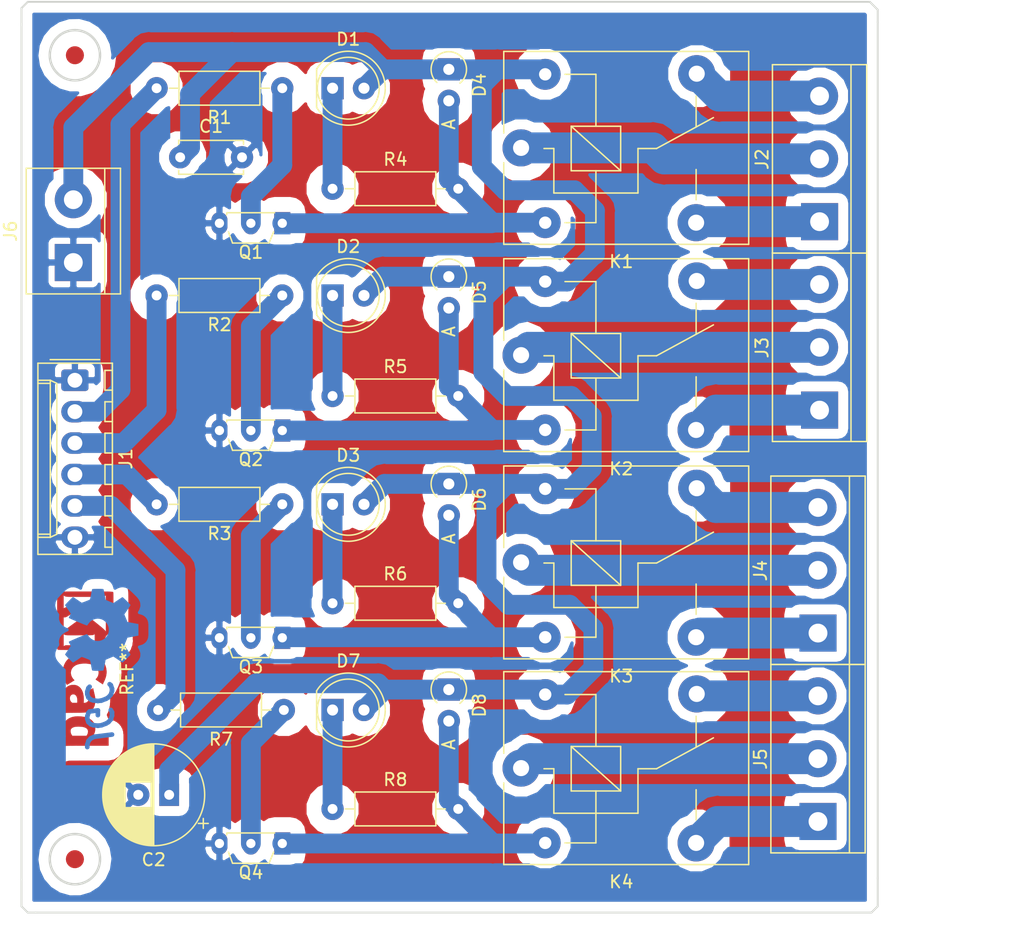
<source format=kicad_pcb>
(kicad_pcb (version 20171130) (host pcbnew 5.0.2-bee76a0~70~ubuntu18.04.1)
  (layers (0 F.Cu signal) (31 B.Cu signal) (34 B.Paste user) (35 F.Paste user) (36 B.SilkS user) (37 F.SilkS user) (38 B.Mask user) (39 F.Mask user) (44 Edge.Cuts user))
  (net 0 "")
  (net 1 +12V)
  (net 2 "Net-(D1-Pad1)")
  (net 3 "Net-(D2-Pad1)")
  (net 4 "Net-(D3-Pad1)")
  (net 5 "Net-(D4-Pad2)")
  (net 6 "Net-(D5-Pad2)")
  (net 7 "Net-(D6-Pad2)")
  (net 8 "Net-(D7-Pad1)")
  (net 9 "Net-(D8-Pad2)")
  (net 10 GND)
  (net 11 /DIGITAL1)
  (net 12 /DIGITAL2)
  (net 13 /DIGITAL3)
  (net 14 /DIGITAL4)
  (net 15 "Net-(J2-Pad3)")
  (net 16 "Net-(J2-Pad2)")
  (net 17 "Net-(J2-Pad1)")
  (net 18 "Net-(J3-Pad3)")
  (net 19 "Net-(J3-Pad2)")
  (net 20 "Net-(J3-Pad1)")
  (net 21 "Net-(J4-Pad1)")
  (net 22 "Net-(J4-Pad2)")
  (net 23 "Net-(J4-Pad3)")
  (net 24 "Net-(J5-Pad1)")
  (net 25 "Net-(J5-Pad2)")
  (net 26 "Net-(J5-Pad3)")
  (net 27 "Net-(Q1-Pad2)")
  (net 28 "Net-(Q2-Pad2)")
  (net 29 "Net-(Q3-Pad2)")
  (net 30 "Net-(Q4-Pad2)")
  (module LED_THT:LED_D5.0mm (layer F.Cu) (at 222.758 90.932)
    (fp_text reference D1 (at 1.27 -3.96) (layer F.SilkS))
    (fp_text value LED_Small_ALT)
    (pad 2 thru_hole circle (at 2.54 0) (size 1.8 1.8) (drill 0.9) (layers *.Cu *.Mask) (net 1 +12V))
    (pad 1 thru_hole rect (at 0 0) (size 1.8 1.8) (drill 0.9) (layers *.Cu *.Mask) (net 2 "Net-(D1-Pad1)"))
  )
  (module LED_THT:LED_D5.0mm (layer F.Cu) (at 222.758 107.696)
    (fp_text reference D2 (at 1.27 -3.96) (layer F.SilkS))
    (fp_text value LED_Small_ALT)
    (pad 1 thru_hole rect (at 0 0) (size 1.8 1.8) (drill 0.9) (layers *.Cu *.Mask) (net 3 "Net-(D2-Pad1)"))
    (pad 2 thru_hole circle (at 2.54 0) (size 1.8 1.8) (drill 0.9) (layers *.Cu *.Mask) (net 1 +12V))
  )
  (module LED_THT:LED_D5.0mm (layer F.Cu) (at 222.758 124.587)
    (fp_text reference D3 (at 1.27 -3.96) (layer F.SilkS))
    (fp_text value LED_Small_ALT)
    (pad 2 thru_hole circle (at 2.54 0) (size 1.8 1.8) (drill 0.9) (layers *.Cu *.Mask) (net 1 +12V))
    (pad 1 thru_hole rect (at 0 0) (size 1.8 1.8) (drill 0.9) (layers *.Cu *.Mask) (net 4 "Net-(D3-Pad1)"))
  )
  (module Diode_THT:D_A-405_P2.54mm_Vertical_AnodeUp (layer F.Cu) (at 232.156 89.408 270)
    (fp_text reference D4 (at 1.27 -2.47 270) (layer F.SilkS))
    (fp_text value 1n4007)
    (fp_text user A (at 4.44 0 270) (layer F.SilkS))
    (pad 1 thru_hole rect (at 0 0 270) (size 1.8 1.8) (drill 0.9) (layers *.Cu *.Mask) (net 1 +12V))
    (pad 2 thru_hole oval (at 2.54 0 270) (size 1.8 1.8) (drill 0.9) (layers *.Cu *.Mask) (net 5 "Net-(D4-Pad2)"))
  )
  (module Diode_THT:D_A-405_P2.54mm_Vertical_AnodeUp (layer F.Cu) (at 232.156 106.172 270)
    (fp_text reference D5 (at 1.27 -2.47 270) (layer F.SilkS))
    (fp_text value 1n4007)
    (fp_text user A (at 4.44 0 270) (layer F.SilkS))
    (pad 2 thru_hole oval (at 2.54 0 270) (size 1.8 1.8) (drill 0.9) (layers *.Cu *.Mask) (net 6 "Net-(D5-Pad2)"))
    (pad 1 thru_hole rect (at 0 0 270) (size 1.8 1.8) (drill 0.9) (layers *.Cu *.Mask) (net 1 +12V))
  )
  (module Diode_THT:D_A-405_P2.54mm_Vertical_AnodeUp (layer F.Cu) (at 232.156 122.936 270)
    (fp_text reference D6 (at 1.27 -2.47 270) (layer F.SilkS))
    (fp_text value 1n4007)
    (fp_text user A (at 4.44 0 270) (layer F.SilkS))
    (pad 2 thru_hole oval (at 2.54 0 270) (size 1.8 1.8) (drill 0.9) (layers *.Cu *.Mask) (net 7 "Net-(D6-Pad2)"))
    (pad 1 thru_hole rect (at 0 0 270) (size 1.8 1.8) (drill 0.9) (layers *.Cu *.Mask) (net 1 +12V))
  )
  (module LED_THT:LED_D5.0mm (layer F.Cu) (at 222.758 141.224)
    (fp_text reference D7 (at 1.27 -3.96) (layer F.SilkS))
    (fp_text value LED_Small_ALT)
    (pad 1 thru_hole rect (at 0 0) (size 1.8 1.8) (drill 0.9) (layers *.Cu *.Mask) (net 8 "Net-(D7-Pad1)"))
    (pad 2 thru_hole circle (at 2.54 0) (size 1.8 1.8) (drill 0.9) (layers *.Cu *.Mask) (net 1 +12V))
  )
  (module Diode_THT:D_A-405_P2.54mm_Vertical_AnodeUp (layer F.Cu) (at 232.156 139.573 270)
    (fp_text reference D8 (at 1.27 -2.47 270) (layer F.SilkS))
    (fp_text value 1n4007)
    (fp_text user A (at 4.44 0 270) (layer F.SilkS))
    (pad 1 thru_hole rect (at 0 0 270) (size 1.8 1.8) (drill 0.9) (layers *.Cu *.Mask) (net 1 +12V))
    (pad 2 thru_hole oval (at 2.54 0 270) (size 1.8 1.8) (drill 0.9) (layers *.Cu *.Mask) (net 9 "Net-(D8-Pad2)"))
  )
  (module Connector_Molex:Molex_KK-254_AE-6410-06A_1x06_P2.54mm_Vertical (layer F.Cu) (at 201.93 114.554 270)
    (fp_text reference J1 (at 6.35 -4.12 270) (layer F.SilkS))
    (fp_text value Digital_Inputs)
    (pad 1 thru_hole roundrect (at 0 0 270) (size 1.74 2.2) (drill 1.2) (layers *.Cu *.Mask) (roundrect_rratio 0.143678) (net 10 GND))
    (pad 2 thru_hole oval (at 2.54 0 270) (size 1.74 2.2) (drill 1.2) (layers *.Cu *.Mask) (net 11 /DIGITAL1))
    (pad 3 thru_hole oval (at 5.08 0 270) (size 1.74 2.2) (drill 1.2) (layers *.Cu *.Mask) (net 12 /DIGITAL2))
    (pad 4 thru_hole oval (at 7.62 0 270) (size 1.74 2.2) (drill 1.2) (layers *.Cu *.Mask) (net 13 /DIGITAL3))
    (pad 5 thru_hole oval (at 10.16 0 270) (size 1.74 2.2) (drill 1.2) (layers *.Cu *.Mask) (net 14 /DIGITAL4))
    (pad 6 thru_hole oval (at 12.7 0 270) (size 1.74 2.2) (drill 1.2) (layers *.Cu *.Mask) (net 10 GND))
  )
  (module TerminalBlock:TerminalBlock_bornier-3_P5.08mm (layer F.Cu) (at 262.128 101.727 90)
    (fp_text reference J2 (at 5.05 -4.65 90) (layer F.SilkS))
    (fp_text value Conn_01x03)
    (pad 1 thru_hole rect (at 0 0 90) (size 3 3) (drill 1.52) (layers *.Cu *.Mask) (net 17 "Net-(J2-Pad1)"))
    (pad 2 thru_hole circle (at 5.08 0 90) (size 3 3) (drill 1.52) (layers *.Cu *.Mask) (net 16 "Net-(J2-Pad2)"))
    (pad 3 thru_hole circle (at 10.16 0 90) (size 3 3) (drill 1.52) (layers *.Cu *.Mask) (net 15 "Net-(J2-Pad3)"))
  )
  (module TerminalBlock:TerminalBlock_bornier-3_P5.08mm (layer F.Cu) (at 262.128 116.967 90)
    (fp_text reference J3 (at 5.05 -4.65 90) (layer F.SilkS))
    (fp_text value Conn_01x03)
    (pad 3 thru_hole circle (at 10.16 0 90) (size 3 3) (drill 1.52) (layers *.Cu *.Mask) (net 18 "Net-(J3-Pad3)"))
    (pad 2 thru_hole circle (at 5.08 0 90) (size 3 3) (drill 1.52) (layers *.Cu *.Mask) (net 19 "Net-(J3-Pad2)"))
    (pad 1 thru_hole rect (at 0 0 90) (size 3 3) (drill 1.52) (layers *.Cu *.Mask) (net 20 "Net-(J3-Pad1)"))
  )
  (module TerminalBlock:TerminalBlock_bornier-3_P5.08mm (layer F.Cu) (at 262.001 135.001 90)
    (fp_text reference J4 (at 5.05 -4.65 90) (layer F.SilkS))
    (fp_text value Conn_01x03)
    (pad 1 thru_hole rect (at 0 0 90) (size 3 3) (drill 1.52) (layers *.Cu *.Mask) (net 21 "Net-(J4-Pad1)"))
    (pad 2 thru_hole circle (at 5.08 0 90) (size 3 3) (drill 1.52) (layers *.Cu *.Mask) (net 22 "Net-(J4-Pad2)"))
    (pad 3 thru_hole circle (at 10.16 0 90) (size 3 3) (drill 1.52) (layers *.Cu *.Mask) (net 23 "Net-(J4-Pad3)"))
  )
  (module TerminalBlock:TerminalBlock_bornier-3_P5.08mm (layer F.Cu) (at 262.001 150.241 90)
    (fp_text reference J5 (at 5.05 -4.65 90) (layer F.SilkS))
    (fp_text value Conn_01x03)
    (pad 1 thru_hole rect (at 0 0 90) (size 3 3) (drill 1.52) (layers *.Cu *.Mask) (net 24 "Net-(J5-Pad1)"))
    (pad 2 thru_hole circle (at 5.08 0 90) (size 3 3) (drill 1.52) (layers *.Cu *.Mask) (net 25 "Net-(J5-Pad2)"))
    (pad 3 thru_hole circle (at 10.16 0 90) (size 3 3) (drill 1.52) (layers *.Cu *.Mask) (net 26 "Net-(J5-Pad3)"))
  )
  (module Relay_THT:Relay_SPDT_SANYOU_SRD_Series_Form_C (layer F.Cu) (at 237.998 95.758)
    (fp_text reference K1 (at 8.1 9.2) (layer F.SilkS))
    (fp_text value SANYOU_SRD_Form_C)
    (pad 1 thru_hole circle (at 0 0 90) (size 3 3) (drill 1.3) (layers *.Cu *.Mask) (net 16 "Net-(J2-Pad2)"))
    (pad 5 thru_hole circle (at 1.95 -5.95 90) (size 2.5 2.5) (drill 1) (layers *.Cu *.Mask) (net 1 +12V))
    (pad 4 thru_hole circle (at 14.2 -6 90) (size 3 3) (drill 1.3) (layers *.Cu *.Mask) (net 15 "Net-(J2-Pad3)"))
    (pad 3 thru_hole circle (at 14.15 6.05 90) (size 3 3) (drill 1.3) (layers *.Cu *.Mask) (net 17 "Net-(J2-Pad1)"))
    (pad 2 thru_hole circle (at 1.95 6.05 90) (size 2.5 2.5) (drill 1) (layers *.Cu *.Mask) (net 5 "Net-(D4-Pad2)"))
  )
  (module Relay_THT:Relay_SPDT_SANYOU_SRD_Series_Form_C (layer F.Cu) (at 237.998 112.522)
    (fp_text reference K2 (at 8.1 9.2) (layer F.SilkS))
    (fp_text value SANYOU_SRD_Form_C)
    (pad 2 thru_hole circle (at 1.95 6.05 90) (size 2.5 2.5) (drill 1) (layers *.Cu *.Mask) (net 6 "Net-(D5-Pad2)"))
    (pad 3 thru_hole circle (at 14.15 6.05 90) (size 3 3) (drill 1.3) (layers *.Cu *.Mask) (net 20 "Net-(J3-Pad1)"))
    (pad 4 thru_hole circle (at 14.2 -6 90) (size 3 3) (drill 1.3) (layers *.Cu *.Mask) (net 18 "Net-(J3-Pad3)"))
    (pad 5 thru_hole circle (at 1.95 -5.95 90) (size 2.5 2.5) (drill 1) (layers *.Cu *.Mask) (net 1 +12V))
    (pad 1 thru_hole circle (at 0 0 90) (size 3 3) (drill 1.3) (layers *.Cu *.Mask) (net 19 "Net-(J3-Pad2)"))
  )
  (module Relay_THT:Relay_SPDT_SANYOU_SRD_Series_Form_C (layer F.Cu) (at 237.998 129.286)
    (fp_text reference K3 (at 8.1 9.2) (layer F.SilkS))
    (fp_text value SANYOU_SRD_Form_C)
    (pad 2 thru_hole circle (at 1.95 6.05 90) (size 2.5 2.5) (drill 1) (layers *.Cu *.Mask) (net 7 "Net-(D6-Pad2)"))
    (pad 3 thru_hole circle (at 14.15 6.05 90) (size 3 3) (drill 1.3) (layers *.Cu *.Mask) (net 21 "Net-(J4-Pad1)"))
    (pad 4 thru_hole circle (at 14.2 -6 90) (size 3 3) (drill 1.3) (layers *.Cu *.Mask) (net 23 "Net-(J4-Pad3)"))
    (pad 5 thru_hole circle (at 1.95 -5.95 90) (size 2.5 2.5) (drill 1) (layers *.Cu *.Mask) (net 1 +12V))
    (pad 1 thru_hole circle (at 0 0 90) (size 3 3) (drill 1.3) (layers *.Cu *.Mask) (net 22 "Net-(J4-Pad2)"))
  )
  (module Relay_THT:Relay_SPDT_SANYOU_SRD_Series_Form_C (layer F.Cu) (at 237.998 145.923)
    (fp_text reference K4 (at 8.1 9.2) (layer F.SilkS))
    (fp_text value SANYOU_SRD_Form_C)
    (pad 1 thru_hole circle (at 0 0 90) (size 3 3) (drill 1.3) (layers *.Cu *.Mask) (net 25 "Net-(J5-Pad2)"))
    (pad 5 thru_hole circle (at 1.95 -5.95 90) (size 2.5 2.5) (drill 1) (layers *.Cu *.Mask) (net 1 +12V))
    (pad 4 thru_hole circle (at 14.2 -6 90) (size 3 3) (drill 1.3) (layers *.Cu *.Mask) (net 26 "Net-(J5-Pad3)"))
    (pad 3 thru_hole circle (at 14.15 6.05 90) (size 3 3) (drill 1.3) (layers *.Cu *.Mask) (net 24 "Net-(J5-Pad1)"))
    (pad 2 thru_hole circle (at 1.95 6.05 90) (size 2.5 2.5) (drill 1) (layers *.Cu *.Mask) (net 9 "Net-(D8-Pad2)"))
  )
  (module Resistor_THT:R_Axial_DIN0207_L6.3mm_D2.5mm_P10.16mm_Horizontal (layer F.Cu) (at 218.694 90.932 180)
    (fp_text reference R1 (at 5.08 -2.37 180) (layer F.SilkS))
    (fp_text value 330)
    (pad 1 thru_hole circle (at 0 0 180) (size 1.8 1.8) (drill 0.8) (layers *.Cu *.Mask) (net 27 "Net-(Q1-Pad2)"))
    (pad 2 thru_hole circle (at 10.16 0 180) (size 1.8 1.8) (drill 0.8) (layers *.Cu *.Mask) (net 11 /DIGITAL1))
  )
  (module Resistor_THT:R_Axial_DIN0207_L6.3mm_D2.5mm_P10.16mm_Horizontal (layer F.Cu) (at 218.694 107.696 180)
    (fp_text reference R2 (at 5.08 -2.37 180) (layer F.SilkS))
    (fp_text value 330)
    (pad 1 thru_hole circle (at 0 0 180) (size 1.8 1.8) (drill 0.8) (layers *.Cu *.Mask) (net 28 "Net-(Q2-Pad2)"))
    (pad 2 thru_hole circle (at 10.16 0 180) (size 1.8 1.8) (drill 0.8) (layers *.Cu *.Mask) (net 12 /DIGITAL2))
  )
  (module Resistor_THT:R_Axial_DIN0207_L6.3mm_D2.5mm_P10.16mm_Horizontal (layer F.Cu) (at 218.694 124.587 180)
    (fp_text reference R3 (at 5.08 -2.37 180) (layer F.SilkS))
    (fp_text value 330)
    (pad 2 thru_hole circle (at 10.16 0 180) (size 1.8 1.8) (drill 0.8) (layers *.Cu *.Mask) (net 13 /DIGITAL3))
    (pad 1 thru_hole circle (at 0 0 180) (size 1.8 1.8) (drill 0.8) (layers *.Cu *.Mask) (net 29 "Net-(Q3-Pad2)"))
  )
  (module Resistor_THT:R_Axial_DIN0207_L6.3mm_D2.5mm_P10.16mm_Horizontal (layer F.Cu) (at 222.758 99.06)
    (fp_text reference R4 (at 5.08 -2.37) (layer F.SilkS))
    (fp_text value 330)
    (pad 2 thru_hole circle (at 10.16 0) (size 1.8 1.8) (drill 0.8) (layers *.Cu *.Mask) (net 5 "Net-(D4-Pad2)"))
    (pad 1 thru_hole circle (at 0 0) (size 1.8 1.8) (drill 0.8) (layers *.Cu *.Mask) (net 2 "Net-(D1-Pad1)"))
  )
  (module Resistor_THT:R_Axial_DIN0207_L6.3mm_D2.5mm_P10.16mm_Horizontal (layer F.Cu) (at 222.758 115.824)
    (fp_text reference R5 (at 5.08 -2.37) (layer F.SilkS))
    (fp_text value 330)
    (pad 2 thru_hole circle (at 10.16 0) (size 1.8 1.8) (drill 0.8) (layers *.Cu *.Mask) (net 6 "Net-(D5-Pad2)"))
    (pad 1 thru_hole circle (at 0 0) (size 1.8 1.8) (drill 0.8) (layers *.Cu *.Mask) (net 3 "Net-(D2-Pad1)"))
  )
  (module Resistor_THT:R_Axial_DIN0207_L6.3mm_D2.5mm_P10.16mm_Horizontal (layer F.Cu) (at 222.758 132.588)
    (fp_text reference R6 (at 5.08 -2.37) (layer F.SilkS))
    (fp_text value 330)
    (pad 1 thru_hole circle (at 0 0) (size 1.8 1.8) (drill 0.8) (layers *.Cu *.Mask) (net 4 "Net-(D3-Pad1)"))
    (pad 2 thru_hole circle (at 10.16 0) (size 1.8 1.8) (drill 0.8) (layers *.Cu *.Mask) (net 7 "Net-(D6-Pad2)"))
  )
  (module Resistor_THT:R_Axial_DIN0207_L6.3mm_D2.5mm_P10.16mm_Horizontal (layer F.Cu) (at 218.821 141.224 180)
    (fp_text reference R7 (at 5.08 -2.37 180) (layer F.SilkS))
    (fp_text value 330)
    (pad 2 thru_hole circle (at 10.16 0 180) (size 1.8 1.8) (drill 0.8) (layers *.Cu *.Mask) (net 14 /DIGITAL4))
    (pad 1 thru_hole circle (at 0 0 180) (size 1.8 1.8) (drill 0.8) (layers *.Cu *.Mask) (net 30 "Net-(Q4-Pad2)"))
  )
  (module Resistor_THT:R_Axial_DIN0207_L6.3mm_D2.5mm_P10.16mm_Horizontal (layer F.Cu) (at 222.758 149.225)
    (fp_text reference R8 (at 5.08 -2.37) (layer F.SilkS))
    (fp_text value 330)
    (pad 1 thru_hole circle (at 0 0) (size 1.8 1.8) (drill 0.8) (layers *.Cu *.Mask) (net 8 "Net-(D7-Pad1)"))
    (pad 2 thru_hole circle (at 10.16 0) (size 1.8 1.8) (drill 0.8) (layers *.Cu *.Mask) (net 9 "Net-(D8-Pad2)"))
  )
  (module Package_TO_SOT_THT:TO-92S_Wide (layer F.Cu) (at 218.694 101.854 180)
    (fp_text reference Q1 (at 2.54 -2.35 180) (layer F.SilkS))
    (fp_text value BC548)
    (pad 2 thru_hole oval (at 2.54 0) (size 1.3 1.8) (drill 0.75) (layers *.Cu *.Mask) (net 27 "Net-(Q1-Pad2)"))
    (pad 3 thru_hole oval (at 5.08 0) (size 1.3 1.8) (drill 0.75) (layers *.Cu *.Mask) (net 10 GND))
    (pad 1 thru_hole rect (at 0 0) (size 1.3 1.8) (drill 0.75) (layers *.Cu *.Mask) (net 5 "Net-(D4-Pad2)"))
  )
  (module Package_TO_SOT_THT:TO-92S_Wide (layer F.Cu) (at 218.694 118.618 180)
    (fp_text reference Q2 (at 2.54 -2.35 180) (layer F.SilkS))
    (fp_text value BC548)
    (pad 1 thru_hole rect (at 0 0) (size 1.3 1.8) (drill 0.75) (layers *.Cu *.Mask) (net 6 "Net-(D5-Pad2)"))
    (pad 3 thru_hole oval (at 5.08 0) (size 1.3 1.8) (drill 0.75) (layers *.Cu *.Mask) (net 10 GND))
    (pad 2 thru_hole oval (at 2.54 0) (size 1.3 1.8) (drill 0.75) (layers *.Cu *.Mask) (net 28 "Net-(Q2-Pad2)"))
  )
  (module Package_TO_SOT_THT:TO-92S_Wide (layer F.Cu) (at 218.694 135.382 180)
    (fp_text reference Q3 (at 2.54 -2.35 180) (layer F.SilkS))
    (fp_text value BC548)
    (pad 2 thru_hole oval (at 2.54 0) (size 1.3 1.8) (drill 0.75) (layers *.Cu *.Mask) (net 29 "Net-(Q3-Pad2)"))
    (pad 3 thru_hole oval (at 5.08 0) (size 1.3 1.8) (drill 0.75) (layers *.Cu *.Mask) (net 10 GND))
    (pad 1 thru_hole rect (at 0 0) (size 1.3 1.8) (drill 0.75) (layers *.Cu *.Mask) (net 7 "Net-(D6-Pad2)"))
  )
  (module Package_TO_SOT_THT:TO-92S_Wide (layer F.Cu) (at 218.694 152.019 180)
    (fp_text reference Q4 (at 2.54 -2.35 180) (layer F.SilkS))
    (fp_text value BC548)
    (pad 1 thru_hole rect (at 0 0) (size 1.3 1.8) (drill 0.75) (layers *.Cu *.Mask) (net 9 "Net-(D8-Pad2)"))
    (pad 3 thru_hole oval (at 5.08 0) (size 1.3 1.8) (drill 0.75) (layers *.Cu *.Mask) (net 10 GND))
    (pad 2 thru_hole oval (at 2.54 0) (size 1.3 1.8) (drill 0.75) (layers *.Cu *.Mask) (net 30 "Net-(Q4-Pad2)"))
  )
  (module TerminalBlock:TerminalBlock_bornier-2_P5.08mm (layer F.Cu) (at 201.803 105.029 90)
    (fp_text reference J6 (at 2.54 -5.08 90) (layer F.SilkS))
    (fp_text value Conn_01x02)
    (pad 1 thru_hole rect (at 0 0 90) (size 3 3) (drill 1.52) (layers *.Cu *.Mask) (net 10 GND))
    (pad 2 thru_hole circle (at 5.08 0 90) (size 3 3) (drill 1.52) (layers *.Cu *.Mask) (net 1 +12V))
  )
  (module Capacitor_THT:C_Disc_D5.0mm_W2.5mm_P5.00mm (layer F.Cu) (at 210.439 96.52)
    (fp_text reference C1 (at 2.5 -2.5) (layer F.SilkS))
    (fp_text value 100n)
    (pad 1 thru_hole circle (at 0 0) (size 1.8 1.8) (drill 0.8) (layers *.Cu *.Mask) (net 1 +12V))
    (pad 2 thru_hole circle (at 5 0) (size 1.8 1.8) (drill 0.8) (layers *.Cu *.Mask) (net 10 GND))
  )
  (module Capacitor_THT:CP_Radial_D8.0mm_P2.50mm (layer F.Cu) (at 209.55 148.082 180)
    (fp_text reference C2 (at 1.25 -5.25 180) (layer F.SilkS))
    (fp_text value 10uF)
    (pad 1 thru_hole rect (at 0 0 180) (size 1.6 1.8) (drill 0.8) (layers *.Cu *.Mask) (net 1 +12V))
    (pad 2 thru_hole circle (at 2.5 0 180) (size 1.8 1.8) (drill 0.8) (layers *.Cu *.Mask) (net 10 GND))
  )
  (module Symbol:OSHW-Symbol_6.7x6mm_Copper (layer B.Cu) (at 204.089 134.747 90)
    (fp_text reference REF** hide)
    (fp_text value OSHW-Symbol_6.7x6mm_Copper hide)
    (fp_poly (pts (xy 0.555814 2.531069) (xy 0.639635 2.086445) (xy 0.94892 1.958947) (xy 1.258206 1.831449) (xy 1.629246 2.083754) (xy 1.733157 2.154004) (xy 1.827087 2.216728) (xy 1.906652 2.269062) (xy 1.96747 2.308143) (xy 2.005157 2.331107) (xy 2.015421 2.336058) (xy 2.03391 2.323324) (xy 2.07342 2.288118) (xy 2.129522 2.234938) (xy 2.197787 2.168282) (xy 2.273786 2.092646) (xy 2.353092 2.012528) (xy 2.431275 1.932426) (xy 2.503907 1.856836) (xy 2.566559 1.790255) (xy 2.614803 1.737182) (xy 2.64421 1.702113) (xy 2.651241 1.690377) (xy 2.641123 1.66874) (xy 2.612759 1.621338) (xy 2.569129 1.552807) (xy 2.513218 1.467785) (xy 2.448006 1.370907) (xy 2.410219 1.31565) (xy 2.341343 1.214752) (xy 2.28014 1.123701) (xy 2.229578 1.04703) (xy 2.192628 0.989272) (xy 2.172258 0.954957) (xy 2.169197 0.947746) (xy 2.176136 0.927252) (xy 2.195051 0.879487) (xy 2.223087 0.811168) (xy 2.257391 0.729011) (xy 2.295109 0.63973) (xy 2.333387 0.550042) (xy 2.36937 0.466662) (xy 2.400206 0.396306) (xy 2.423039 0.34569) (xy 2.435017 0.321529) (xy 2.435724 0.320578) (xy 2.454531 0.315964) (xy 2.504618 0.305672) (xy 2.580793 0.290713) (xy 2.677865 0.272099) (xy 2.790643 0.250841) (xy 2.856442 0.238582) (xy 2.97695 0.215638) (xy 3.085797 0.193805) (xy 3.177476 0.174278) (xy 3.246481 0.158252) (xy 3.287304 0.146921) (xy 3.295511 0.143326) (xy 3.303548 0.118994) (xy 3.310033 0.064041) (xy 3.31497 -0.015108) (xy 3.318364 -0.112026) (xy 3.320218 -0.220287) (xy 3.320538 -0.333465) (xy 3.319327 -0.445135) (xy 3.31659 -0.548868) (xy 3.312331 -0.638241) (xy 3.306555 -0.706826) (xy 3.299267 -0.748197) (xy 3.294895 -0.75681) (xy 3.268764 -0.767133) (xy 3.213393 -0.781892) (xy 3.136107 -0.799352) (xy 3.04423 -0.81778) (xy 3.012158 -0.823741) (xy 2.857524 -0.852066) (xy 2.735375 -0.874876) (xy 2.641673 -0.89308) (xy 2.572384 -0.907583) (xy 2.523471 -0.919292) (xy 2.490897 -0.929115) (xy 2.470628 -0.937956) (xy 2.458626 -0.946724) (xy 2.456947 -0.948457) (xy 2.440184 -0.976371) (xy 2.414614 -1.030695) (xy 2.382788 -1.104777) (xy 2.34726 -1.191965) (xy 2.310583 -1.285608) (xy 2.275311 -1.379052) (xy 2.243996 -1.465647) (xy 2.219193 -1.53874) (xy 2.203454 -1.591678) (xy 2.199332 -1.617811) (xy 2.199676 -1.618726) (xy 2.213641 -1.640086) (xy 2.245322 -1.687084) (xy 2.291391 -1.754827) (xy 2.348518 -1.838423) (xy 2.413373 -1.932982) (xy 2.431843 -1.959854) (xy 2.497699 -2.057275) (xy 2.55565 -2.146163) (xy 2.602538 -2.221412) (xy 2.635207 -2.27792) (xy 2.6505 -2.310581) (xy 2.651241 -2.314593) (xy 2.638392 -2.335684) (xy 2.602888 -2.377464) (xy 2.549293 -2.435445) (xy 2.482171 -2.505135) (xy 2.406087 -2.582045) (xy 2.325604 -2.661683) (xy 2.245287 -2.739561) (xy 2.169699 -2.811186) (xy 2.103405 -2.87207) (xy 2.050969 -2.917721) (xy 2.016955 -2.94365) (xy 2.007545 -2.947883) (xy 1.985643 -2.937912) (xy 1.9408 -2.91102) (xy 1.880321 -2.871736) (xy 1.833789 -2.840117) (xy 1.749475 -2.782098) (xy 1.649626 -2.713784) (xy 1.549473 -2.645579) (xy 1.495627 -2.609075) (xy 1.313371 -2.4858) (xy 1.160381 -2.56852) (xy 1.090682 -2.604759) (xy 1.031414 -2.632926) (xy 0.991311 -2.648991) (xy 0.981103 -2.651226) (xy 0.968829 -2.634722) (xy 0.944613 -2.588082) (xy 0.910263 -2.515609) (xy 0.867588 -2.421606) (xy 0.818394 -2.310374) (xy 0.76449 -2.186215) (xy 0.707684 -2.053432) (xy 0.649782 -1.916327) (xy 0.592593 -1.779202) (xy 0.537924 -1.646358) (xy 0.487584 -1.522098) (xy 0.44338 -1.410725) (xy 0.407119 -1.316539) (xy 0.380609 -1.243844) (xy 0.365658 -1.196941) (xy 0.363254 -1.180833) (xy 0.382311 -1.160286) (xy 0.424036 -1.126933) (xy 0.479706 -1.087702) (xy 0.484378 -1.084599) (xy 0.628264 -0.969423) (xy 0.744283 -0.835053) (xy 0.83143 -0.685784) (xy 0.888699 -0.525913) (xy 0.915086 -0.359737) (xy 0.909585 -0.191552) (xy 0.87119 -0.025655) (xy 0.798895 0.133658) (xy 0.777626 0.168513) (xy 0.666996 0.309263) (xy 0.536302 0.422286) (xy 0.390064 0.506997) (xy 0.232808 0.562806) (xy 0.069057 0.589126) (xy -0.096667 0.58537) (xy -0.259838 0.55095) (xy -0.415935 0.485277) (xy -0.560433 0.387765) (xy -0.605131 0.348187) (xy -0.718888 0.224297) (xy -0.801782 0.093876) (xy -0.858644 -0.052315) (xy -0.890313 -0.197088) (xy -0.898131 -0.35986) (xy -0.872062 -0.52344) (xy -0.814755 -0.682298) (xy -0.728856 -0.830906) (xy -0.617014 -0.963735) (xy -0.481877 -1.075256) (xy -0.464117 -1.087011) (xy -0.40785 -1.125508) (xy -0.365077 -1.158863) (xy -0.344628 -1.18016) (xy -0.344331 -1.180833) (xy -0.348721 -1.203871) (xy -0.366124 -1.256157) (xy -0.394732 -1.33339) (xy -0.432735 -1.431268) (xy -0.478326 -1.545491) (xy -0.529697 -1.671758) (xy -0.585038 -1.805767) (xy -0.642542 -1.943218) (xy -0.700399 -2.079808) (xy -0.756802 -2.211237) (xy -0.809942 -2.333205) (xy -0.85801 -2.441409) (xy -0.899199 -2.531549) (xy -0.931699 -2.599323) (xy -0.953703 -2.64043) (xy -0.962564 -2.651226) (xy -0.98964 -2.642819) (xy -1.040303 -2.620272) (xy -1.105817 -2.587613) (xy -1.141841 -2.56852) (xy -1.294832 -2.4858) (xy -1.477088 -2.609075) (xy -1.570125 -2.672228) (xy -1.671985 -2.741727) (xy -1.767438 -2.807165) (xy -1.81525 -2.840117) (xy -1.882495 -2.885273) (xy -1.939436 -2.921057) (xy -1.978646 -2.942938) (xy -1.991381 -2.947563) (xy -2.009917 -2.935085) (xy -2.050941 -2.900252) (xy -2.110475 -2.846678) (xy -2.184542 -2.777983) (xy -2.269165 -2.697781) (xy -2.322685 -2.646286) (xy -2.416319 -2.554286) (xy -2.497241 -2.471999) (xy -2.562177 -2.402945) (xy -2.607858 -2.350644) (xy -2.631011 -2.318616) (xy -2.633232 -2.312116) (xy -2.622924 -2.287394) (xy -2.594439 -2.237405) (xy -2.550937 -2.167212) (xy -2.495577 -2.081875) (xy -2.43152 -1.986456) (xy -2.413303 -1.959854) (xy -2.346927 -1.863167) (xy -2.287378 -1.776117) (xy -2.237984 -1.703595) (xy -2.202075 -1.650493) (xy -2.182981 -1.621703) (xy -2.181136 -1.618726) (xy -2.183895 -1.595782) (xy -2.198538 -1.545336) (xy -2.222513 -1.474041) (xy -2.253266 -1.388547) (xy -2.288244 -1.295507) (xy -2.324893 -1.201574) (xy -2.360661 -1.113399) (xy -2.392994 -1.037634) (xy -2.419338 -0.980931) (xy -2.437142 -0.949943) (xy -2.438407 -0.948457) (xy -2.449294 -0.939601) (xy -2.467682 -0.930843) (xy -2.497606 -0.921277) (xy -2.543103 -0.909996) (xy -2.608209 -0.896093) (xy -2.696961 -0.878663) (xy -2.813393 -0.856798) (xy -2.961542 -0.829591) (xy -2.993618 -0.823741) (xy -3.088686 -0.805374) (xy -3.171565 -0.787405) (xy -3.23493 -0.771569) (xy -3.271458 -0.7596) (xy -3.276356 -0.75681) (xy -3.284427 -0.732072) (xy -3.290987 -0.67679) (xy -3.296033 -0.597389) (xy -3.299559 -0.500296) (xy -3.301561 -0.391938) (xy -3.302036 -0.27874) (xy -3.300977 -0.167128) (xy -3.298382 -0.063529) (xy -3.294246 0.025632) (xy -3.288563 0.093928) (xy -3.281331 0.134934) (xy -3.276971 0.143326) (xy -3.252698 0.151792) (xy -3.197426 0.165565) (xy -3.116662 0.18345) (xy -3.015912 0.204252) (xy -2.900683 0.226777) (xy -2.837902 0.238582) (xy -2.718787 0.260849) (xy -2.612565 0.281021) (xy -2.524427 0.298085) (xy -2.459566 0.311031) (xy -2.423174 0.318845) (xy -2.417184 0.320578) (xy -2.407061 0.34011) (xy -2.385662 0.387157) (xy -2.355839 0.454997) (xy -2.320445 0.536909) (xy -2.282332 0.626172) (xy -2.244353 0.716065) (xy -2.20936 0.799865) (xy -2.180206 0.870853) (xy -2.159743 0.922306) (xy -2.150823 0.947503) (xy -2.150657 0.948604) (xy -2.160769 0.968481) (xy -2.189117 1.014223) (xy -2.232723 1.081283) (xy -2.288606 1.165116) (xy -2.353787 1.261174) (xy -2.391679 1.31635) (xy -2.460725 1.417519) (xy -2.52205 1.50937) (xy -2.572663 1.587256) (xy -2.609571 1.646531) (xy -2.629782 1.682549) (xy -2.632701 1.690623) (xy -2.620153 1.709416) (xy -2.585463 1.749543) (xy -2.533063 1.806507) (xy -2.467384 1.875815) (xy -2.392856 1.952969) (xy -2.313913 2.033475) (xy -2.234983 2.112837) (xy -2.1605 2.18656) (xy -2.094894 2.250148) (xy -2.042596 2.299106) (xy -2.008039 2.328939) (xy -1.996478 2.336058) (xy -1.977654 2.326047) (xy -1.932631 2.297922) (xy -1.865787 2.254546) (xy -1.781499 2.198782) (xy -1.684144 2.133494) (xy -1.610707 2.083754) (xy -1.239667 1.831449) (xy -0.621095 2.086445) (xy -0.537275 2.531069) (xy -0.453454 2.975693) (xy 0.471994 2.975693) (xy 0.555814 2.531069)) (layer B.Cu) (width 0.01))
  )
  (module Symbol:KiCad-Logo_5mm_Copper (layer F.Cu) (at 202.438 137.922 270)
    (fp_text reference REF** (at 0 -3.7 270) (layer F.SilkS))
    (fp_text value KiCad-Logo_5mm_Copper)
    (fp_poly (pts (xy -2.273043 -2.973429) (xy -2.176768 -2.949191) (xy -2.090184 -2.906359) (xy -2.015373 -2.846581) (xy -1.954418 -2.771506) (xy -1.909399 -2.68278) (xy -1.883136 -2.58647) (xy -1.877286 -2.489205) (xy -1.89214 -2.395346) (xy -1.92584 -2.307489) (xy -1.976528 -2.22823) (xy -2.042345 -2.160164) (xy -2.121434 -2.105888) (xy -2.211934 -2.067998) (xy -2.2632 -2.055574) (xy -2.307698 -2.048053) (xy -2.341999 -2.045081) (xy -2.37496 -2.046906) (xy -2.415434 -2.053775) (xy -2.448531 -2.06075) (xy -2.541947 -2.092259) (xy -2.625619 -2.143383) (xy -2.697665 -2.212571) (xy -2.7562 -2.298272) (xy -2.770148 -2.325511) (xy -2.786586 -2.361878) (xy -2.796894 -2.392418) (xy -2.80246 -2.42455) (xy -2.804669 -2.465693) (xy -2.804948 -2.511778) (xy -2.800861 -2.596135) (xy -2.787446 -2.665414) (xy -2.762256 -2.726039) (xy -2.722846 -2.784433) (xy -2.684298 -2.828698) (xy -2.612406 -2.894516) (xy -2.537313 -2.939947) (xy -2.454562 -2.96715) (xy -2.376928 -2.977424) (xy -2.273043 -2.973429)) (layer F.Cu) (width 0.01))
    (fp_poly (pts (xy 6.186507 -0.527755) (xy 6.186526 -0.293338) (xy 6.186552 -0.080397) (xy 6.186625 0.112168) (xy 6.186782 0.285459) (xy 6.187064 0.440576) (xy 6.187509 0.57862) (xy 6.188156 0.700692) (xy 6.189045 0.807894) (xy 6.190213 0.901326) (xy 6.191701 0.98209) (xy 6.193546 1.051286) (xy 6.195789 1.110015) (xy 6.198469 1.159379) (xy 6.201623 1.200478) (xy 6.205292 1.234413) (xy 6.209513 1.262286) (xy 6.214327 1.285198) (xy 6.219773 1.304249) (xy 6.225888 1.32054) (xy 6.232712 1.335173) (xy 6.240285 1.349249) (xy 6.248645 1.363868) (xy 6.253839 1.372974) (xy 6.288104 1.433689) (xy 5.429955 1.433689) (xy 5.429955 1.337733) (xy 5.429224 1.29437) (xy 5.427272 1.261205) (xy 5.424463 1.243424) (xy 5.423221 1.241778) (xy 5.411799 1.248662) (xy 5.389084 1.266505) (xy 5.366385 1.285879) (xy 5.3118 1.326614) (xy 5.242321 1.367617) (xy 5.16527 1.405123) (xy 5.087965 1.435364) (xy 5.057113 1.445012) (xy 4.988616 1.459578) (xy 4.905764 1.469539) (xy 4.816371 1.474583) (xy 4.728248 1.474396) (xy 4.649207 1.468666) (xy 4.611511 1.462858) (xy 4.473414 1.424797) (xy 4.346113 1.367073) (xy 4.230292 1.290211) (xy 4.126637 1.194739) (xy 4.035833 1.081179) (xy 3.969031 0.970381) (xy 3.914164 0.853625) (xy 3.872163 0.734276) (xy 3.842167 0.608283) (xy 3.823311 0.471594) (xy 3.814732 0.320158) (xy 3.814006 0.242711) (xy 3.8161 0.185934) (xy 4.645217 0.185934) (xy 4.645424 0.279002) (xy 4.648337 0.366692) (xy 4.654 0.443772) (xy 4.662455 0.505009) (xy 4.665038 0.51735) (xy 4.69684 0.624633) (xy 4.738498 0.711658) (xy 4.790363 0.778642) (xy 4.852781 0.825805) (xy 4.9261 0.853365) (xy 5.010669 0.861541) (xy 5.106835 0.850551) (xy 5.170311 0.834829) (xy 5.219454 0.816639) (xy 5.273583 0.790791) (xy 5.314244 0.767089) (xy 5.3848 0.720721) (xy 5.3848 -0.42947) (xy 5.317392 -0.473038) (xy 5.238867 -0.51396) (xy 5.154681 -0.540611) (xy 5.069557 -0.552535) (xy 4.988216 -0.549278) (xy 4.91538 -0.530385) (xy 4.883426 -0.514816) (xy 4.825501 -0.471819) (xy 4.776544 -0.415047) (xy 4.73539 -0.342425) (xy 4.700874 -0.251879) (xy 4.671833 -0.141334) (xy 4.670552 -0.135467) (xy 4.660381 -0.073212) (xy 4.652739 0.004594) (xy 4.64767 0.09272) (xy 4.645217 0.185934) (xy 3.8161 0.185934) (xy 3.821857 0.029895) (xy 3.843802 -0.165941) (xy 3.879786 -0.344668) (xy 3.929759 -0.506155) (xy 3.993668 -0.650274) (xy 4.071462 -0.776894) (xy 4.163089 -0.885885) (xy 4.268497 -0.977117) (xy 4.313662 -1.008068) (xy 4.414611 -1.064215) (xy 4.517901 -1.103826) (xy 4.627989 -1.127986) (xy 4.74933 -1.137781) (xy 4.841836 -1.136735) (xy 4.97149 -1.125769) (xy 5.084084 -1.103954) (xy 5.182875 -1.070286) (xy 5.271121 -1.023764) (xy 5.319986 -0.989552) (xy 5.349353 -0.967638) (xy 5.371043 -0.952667) (xy 5.379253 -0.948267) (xy 5.380868 -0.959096) (xy 5.382159 -0.989749) (xy 5.383138 -1.037474) (xy 5.383817 -1.099521) (xy 5.38421 -1.173138) (xy 5.38433 -1.255573) (xy 5.384188 -1.344075) (xy 5.383797 -1.435893) (xy 5.383171 -1.528276) (xy 5.38232 -1.618472) (xy 5.38126 -1.703729) (xy 5.380001 -1.781297) (xy 5.378556 -1.848424) (xy 5.376938 -1.902359) (xy 5.375161 -1.94035) (xy 5.374669 -1.947333) (xy 5.367092 -2.017749) (xy 5.355531 -2.072898) (xy 5.337792 -2.120019) (xy 5.311682 -2.166353) (xy 5.305415 -2.175933) (xy 5.280983 -2.212622) (xy 6.186311 -2.212622) (xy 6.186507 -0.527755)) (layer F.Cu) (width 0.01))
    (fp_poly (pts (xy 2.673574 -1.133448) (xy 2.825492 -1.113433) (xy 2.960756 -1.079798) (xy 3.080239 -1.032275) (xy 3.184815 -0.970595) (xy 3.262424 -0.907035) (xy 3.331265 -0.832901) (xy 3.385006 -0.753129) (xy 3.42791 -0.660909) (xy 3.443384 -0.617839) (xy 3.456244 -0.578858) (xy 3.467446 -0.542711) (xy 3.47712 -0.507566) (xy 3.485396 -0.47159) (xy 3.492403 -0.43295) (xy 3.498272 -0.389815) (xy 3.503131 -0.340351) (xy 3.50711 -0.282727) (xy 3.51034 -0.215109) (xy 3.512949 -0.135666) (xy 3.515067 -0.042564) (xy 3.516824 0.066027) (xy 3.518349 0.191942) (xy 3.519772 0.337012) (xy 3.521025 0.479778) (xy 3.522351 0.635968) (xy 3.523556 0.771239) (xy 3.524766 0.887246) (xy 3.526106 0.985645) (xy 3.5277 1.068093) (xy 3.529675 1.136246) (xy 3.532156 1.19176) (xy 3.535269 1.236292) (xy 3.539138 1.271498) (xy 3.543889 1.299034) (xy 3.549648 1.320556) (xy 3.556539 1.337722) (xy 3.564689 1.352186) (xy 3.574223 1.365606) (xy 3.585266 1.379638) (xy 3.589566 1.385071) (xy 3.605386 1.40791) (xy 3.612422 1.423463) (xy 3.612444 1.423922) (xy 3.601567 1.426121) (xy 3.570582 1.428147) (xy 3.521957 1.429942) (xy 3.458163 1.431451) (xy 3.381669 1.432616) (xy 3.294944 1.43338) (xy 3.200457 1.433686) (xy 3.18955 1.433689) (xy 2.766657 1.433689) (xy 2.763395 1.337622) (xy 2.760133 1.241556) (xy 2.698044 1.292543) (xy 2.600714 1.360057) (xy 2.490813 1.414749) (xy 2.404349 1.444978) (xy 2.335278 1.459666) (xy 2.251925 1.469659) (xy 2.162159 1.474646) (xy 2.073845 1.474313) (xy 1.994851 1.468351) (xy 1.958622 1.462638) (xy 1.818603 1.424776) (xy 1.692178 1.369932) (xy 1.58026 1.298924) (xy 1.483762 1.212568) (xy 1.4036 1.111679) (xy 1.340687 0.997076) (xy 1.296312 0.870984) (xy 1.283978 0.814401) (xy 1.276368 0.752202) (xy 1.272739 0.677363) (xy 1.272245 0.643467) (xy 1.27231 0.640282) (xy 2.032248 0.640282) (xy 2.041541 0.715333) (xy 2.069728 0.77916) (xy 2.118197 0.834798) (xy 2.123254 0.839211) (xy 2.171548 0.874037) (xy 2.223257 0.89662) (xy 2.283989 0.90854) (xy 2.359352 0.911383) (xy 2.377459 0.910978) (xy 2.431278 0.908325) (xy 2.471308 0.902909) (xy 2.506324 0.892745) (xy 2.545103 0.87585) (xy 2.555745 0.870672) (xy 2.616396 0.834844) (xy 2.663215 0.792212) (xy 2.675952 0.776973) (xy 2.720622 0.720462) (xy 2.720622 0.524586) (xy 2.720086 0.445939) (xy 2.718396 0.387988) (xy 2.715428 0.348875) (xy 2.711057 0.326741) (xy 2.706972 0.320274) (xy 2.691047 0.317111) (xy 2.657264 0.314488) (xy 2.61034 0.312655) (xy 2.554993 0.311857) (xy 2.546106 0.311842) (xy 2.42533 0.317096) (xy 2.32266 0.333263) (xy 2.236106 0.360961) (xy 2.163681 0.400808) (xy 2.108751 0.447758) (xy 2.064204 0.505645) (xy 2.03948 0.568693) (xy 2.032248 0.640282) (xy 1.27231 0.640282) (xy 1.274178 0.549712) (xy 1.282522 0.470812) (xy 1.298768 0.39959) (xy 1.324405 0.328864) (xy 1.348401 0.276493) (xy 1.40702 0.181196) (xy 1.485117 0.09317) (xy 1.580315 0.014017) (xy 1.690238 -0.05466) (xy 1.81251 -0.111259) (xy 1.944755 -0.154179) (xy 2.009422 -0.169118) (xy 2.145604 -0.191223) (xy 2.294049 -0.205806) (xy 2.445505 -0.212187) (xy 2.572064 -0.210555) (xy 2.73395 -0.203776) (xy 2.72653 -0.262755) (xy 2.707238 -0.361908) (xy 2.676104 -0.442628) (xy 2.632269 -0.505534) (xy 2.574871 -0.551244) (xy 2.503048 -0.580378) (xy 2.415941 -0.593553) (xy 2.312686 -0.591389) (xy 2.274711 -0.587388) (xy 2.13352 -0.56222) (xy 1.996707 -0.521186) (xy 1.902178 -0.483185) (xy 1.857018 -0.46381) (xy 1.818585 -0.44824) (xy 1.792234 -0.438595) (xy 1.784546 -0.436548) (xy 1.774802 -0.445626) (xy 1.758083 -0.474595) (xy 1.734232 -0.523783) (xy 1.703093 -0.593516) (xy 1.664507 -0.684121) (xy 1.65791 -0.699911) (xy 1.627853 -0.772228) (xy 1.600874 -0.837575) (xy 1.578136 -0.893094) (xy 1.560806 -0.935928) (xy 1.550048 -0.963219) (xy 1.546941 -0.972058) (xy 1.55694 -0.976813) (xy 1.583217 -0.98209) (xy 1.611489 -0.985769) (xy 1.641646 -0.990526) (xy 1.689433 -0.999972) (xy 1.750612 -1.01318) (xy 1.820946 -1.029224) (xy 1.896194 -1.04718) (xy 1.924755 -1.054203) (xy 2.029816 -1.079791) (xy 2.11748 -1.099853) (xy 2.192068 -1.115031) (xy 2.257903 -1.125965) (xy 2.319307 -1.133296) (xy 2.380602 -1.137665) (xy 2.44611 -1.139713) (xy 2.504128 -1.140111) (xy 2.673574 -1.133448)) (layer F.Cu) (width 0.01))
    (fp_poly (pts (xy 0.328429 -2.050929) (xy 0.48857 -2.029755) (xy 0.65251 -1.989615) (xy 0.822313 -1.930111) (xy 1.000043 -1.850846) (xy 1.01131 -1.845301) (xy 1.069005 -1.817275) (xy 1.120552 -1.793198) (xy 1.162191 -1.774751) (xy 1.190162 -1.763614) (xy 1.199733 -1.761067) (xy 1.21895 -1.756059) (xy 1.223561 -1.751853) (xy 1.218458 -1.74142) (xy 1.202418 -1.715132) (xy 1.177288 -1.675743) (xy 1.144914 -1.626009) (xy 1.107143 -1.568685) (xy 1.065822 -1.506524) (xy 1.022798 -1.442282) (xy 0.979917 -1.378715) (xy 0.939026 -1.318575) (xy 0.901971 -1.26462) (xy 0.8706 -1.219603) (xy 0.846759 -1.186279) (xy 0.832294 -1.167403) (xy 0.830309 -1.165213) (xy 0.820191 -1.169862) (xy 0.79785 -1.187038) (xy 0.76728 -1.21356) (xy 0.751536 -1.228036) (xy 0.655047 -1.303318) (xy 0.548336 -1.358759) (xy 0.432832 -1.393859) (xy 0.309962 -1.40812) (xy 0.240561 -1.406949) (xy 0.119423 -1.389788) (xy 0.010205 -1.353906) (xy -0.087418 -1.299041) (xy -0.173772 -1.22493) (xy -0.249185 -1.131312) (xy -0.313982 -1.017924) (xy -0.351399 -0.931333) (xy -0.395252 -0.795634) (xy -0.427572 -0.64815) (xy -0.448443 -0.492686) (xy -0.457949 -0.333044) (xy -0.456173 -0.173027) (xy -0.443197 -0.016439) (xy -0.419106 0.132918) (xy -0.383982 0.27124) (xy -0.337908 0.394724) (xy -0.321627 0.428978) (xy -0.25338 0.543064) (xy -0.172921 0.639557) (xy -0.08143 0.71767) (xy 0.019911 0.776617) (xy 0.12992 0.815612) (xy 0.247415 0.833868) (xy 0.288883 0.835211) (xy 0.410441 0.82429) (xy 0.530878 0.791474) (xy 0.648666 0.737439) (xy 0.762277 0.662865) (xy 0.853685 0.584539) (xy 0.900215 0.540008) (xy 1.081483 0.837271) (xy 1.12658 0.911433) (xy 1.167819 0.979646) (xy 1.203735 1.039459) (xy 1.232866 1.08842) (xy 1.25375 1.124079) (xy 1.264924 1.143984) (xy 1.266375 1.147079) (xy 1.258146 1.156718) (xy 1.232567 1.173999) (xy 1.192873 1.197283) (xy 1.142297 1.224934) (xy 1.084074 1.255315) (xy 1.021437 1.28679) (xy 0.957621 1.317722) (xy 0.89586 1.346473) (xy 0.839388 1.371408) (xy 0.791438 1.390889) (xy 0.767986 1.399318) (xy 0.634221 1.437133) (xy 0.496327 1.462136) (xy 0.348622 1.47514) (xy 0.221833 1.477468) (xy 0.153878 1.476373) (xy 0.088277 1.474275) (xy 0.030847 1.471434) (xy -0.012597 1.468106) (xy -0.026702 1.466422) (xy -0.165716 1.437587) (xy -0.307243 1.392468) (xy -0.444725 1.33375) (xy -0.571606 1.26412) (xy -0.649111 1.211441) (xy -0.776519 1.103239) (xy -0.894822 0.976671) (xy -1.001828 0.834866) (xy -1.095348 0.680951) (xy -1.17319 0.518053) (xy -1.217044 0.400756) (xy -1.267292 0.217128) (xy -1.300791 0.022581) (xy -1.317551 -0.178675) (xy -1.317584 -0.382432) (xy -1.300899 -0.584479) (xy -1.267507 -0.780608) (xy -1.21742 -0.966609) (xy -1.213603 -0.978197) (xy -1.150719 -1.14025) (xy -1.073972 -1.288168) (xy -0.980758 -1.426135) (xy -0.868473 -1.558339) (xy -0.824608 -1.603601) (xy -0.688466 -1.727543) (xy -0.548509 -1.830085) (xy -0.402589 -1.912344) (xy -0.248558 -1.975436) (xy -0.084268 -2.020477) (xy 0.011289 -2.037967) (xy 0.170023 -2.053534) (xy 0.328429 -2.050929)) (layer F.Cu) (width 0.01))
    (fp_poly (pts (xy -2.9464 -2.510946) (xy -2.935535 -2.397007) (xy -2.903918 -2.289384) (xy -2.853015 -2.190385) (xy -2.784293 -2.102316) (xy -2.699219 -2.027484) (xy -2.602232 -1.969616) (xy -2.495964 -1.929995) (xy -2.38895 -1.911427) (xy -2.2833 -1.912566) (xy -2.181125 -1.93207) (xy -2.084534 -1.968594) (xy -1.995638 -2.020795) (xy -1.916546 -2.087327) (xy -1.849369 -2.166848) (xy -1.796217 -2.258013) (xy -1.759199 -2.359477) (xy -1.740427 -2.469898) (xy -1.738489 -2.519794) (xy -1.738489 -2.607733) (xy -1.68656 -2.607733) (xy -1.650253 -2.604889) (xy -1.623355 -2.593089) (xy -1.596249 -2.569351) (xy -1.557867 -2.530969) (xy -1.557867 -0.339398) (xy -1.557876 -0.077261) (xy -1.557908 0.163241) (xy -1.557972 0.383048) (xy -1.558076 0.583101) (xy -1.558227 0.764344) (xy -1.558434 0.927716) (xy -1.558706 1.07416) (xy -1.55905 1.204617) (xy -1.559474 1.320029) (xy -1.559987 1.421338) (xy -1.560597 1.509484) (xy -1.561312 1.58541) (xy -1.56214 1.650057) (xy -1.563089 1.704367) (xy -1.564167 1.74928) (xy -1.565383 1.78574) (xy -1.566745 1.814687) (xy -1.568261 1.837063) (xy -1.569938 1.853809) (xy -1.571786 1.865868) (xy -1.573813 1.87418) (xy -1.576025 1.879687) (xy -1.577108 1.881537) (xy -1.581271 1.888549) (xy -1.584805 1.894996) (xy -1.588635 1.9009) (xy -1.593682 1.906286) (xy -1.600871 1.911178) (xy -1.611123 1.915598) (xy -1.625364 1.919572) (xy -1.644514 1.923121) (xy -1.669499 1.92627) (xy -1.70124 1.929042) (xy -1.740662 1.931461) (xy -1.788686 1.933551) (xy -1.846237 1.935335) (xy -1.914237 1.936837) (xy -1.99361 1.93808) (xy -2.085279 1.939089) (xy -2.190166 1.939885) (xy -2.309196 1.940494) (xy -2.44329 1.940939) (xy -2.593373 1.941243) (xy -2.760367 1.94143) (xy -2.945196 1.941524) (xy -3.148783 1.941548) (xy -3.37205 1.941525) (xy -3.615922 1.94148) (xy -3.881321 1.941437) (xy -3.919704 1.941432) (xy -4.186682 1.941389) (xy -4.432002 1.941318) (xy -4.656583 1.941213) (xy -4.861345 1.941066) (xy -5.047206 1.940869) (xy -5.215088 1.940616) (xy -5.365908 1.9403) (xy -5.500587 1.939913) (xy -5.620044 1.939447) (xy -5.725199 1.938897) (xy -5.816971 1.938253) (xy -5.896279 1.937511) (xy -5.964043 1.936661) (xy -6.021182 1.935697) (xy -6.068617 1.934611) (xy -6.107266 1.933397) (xy -6.138049 1.932047) (xy -6.161885 1.930555) (xy -6.179694 1.928911) (xy -6.192395 1.927111) (xy -6.200908 1.925145) (xy -6.205266 1.923477) (xy -6.213728 1.919906) (xy -6.221497 1.91727) (xy -6.228602 1.914634) (xy -6.235073 1.911062) (xy -6.240939 1.905621) (xy -6.246229 1.897375) (xy -6.250974 1.88539) (xy -6.255202 1.868731) (xy -6.258943 1.846463) (xy -6.262227 1.817652) (xy -6.265083 1.781363) (xy -6.26754 1.736661) (xy -6.269629 1.682611) (xy -6.271378 1.618279) (xy -6.272817 1.54273) (xy -6.273976 1.45503) (xy -6.274883 1.354243) (xy -6.275569 1.239434) (xy -6.276063 1.10967) (xy -6.276395 0.964015) (xy -6.276593 0.801535) (xy -6.276687 0.621295) (xy -6.276708 0.42236) (xy -6.276685 0.203796) (xy -6.276646 -0.035332) (xy -6.276622 -0.29596) (xy -6.276622 -0.338111) (xy -6.276636 -0.601008) (xy -6.276661 -0.842268) (xy -6.276671 -1.062835) (xy -6.276642 -1.263648) (xy -6.276548 -1.445651) (xy -6.276362 -1.609784) (xy -6.276059 -1.756989) (xy -6.275614 -1.888208) (xy -6.275034 -1.998133) (xy -5.972197 -1.998133) (xy -5.932407 -1.940289) (xy -5.921236 -1.924521) (xy -5.911166 -1.910559) (xy -5.902138 -1.897216) (xy -5.894097 -1.883307) (xy -5.886986 -1.867644) (xy -5.880747 -1.849042) (xy -5.875325 -1.826314) (xy -5.870662 -1.798273) (xy -5.866701 -1.763733) (xy -5.863385 -1.721508) (xy -5.860659 -1.670411) (xy -5.858464 -1.609256) (xy -5.856745 -1.536856) (xy -5.855444 -1.452025) (xy -5.854505 -1.353578) (xy -5.85387 -1.240326) (xy -5.853484 -1.111084) (xy -5.853288 -0.964666) (xy -5.853227 -0.799884) (xy -5.853243 -0.615553) (xy -5.85328 -0.410487) (xy -5.853289 -0.287867) (xy -5.853265 -0.070918) (xy -5.853231 0.124642) (xy -5.853243 0.299999) (xy -5.853358 0.456341) (xy -5.85363 0.594857) (xy -5.854118 0.716734) (xy -5.854876 0.82316) (xy -5.855962 0.915322) (xy -5.857431 0.994409) (xy -5.85934 1.061608) (xy -5.861744 1.118107) (xy -5.864701 1.165093) (xy -5.868266 1.203755) (xy -5.872495 1.23528) (xy -5.877446 1.260855) (xy -5.883173 1.28167) (xy -5.889733 1.298911) (xy -5.897183 1.313765) (xy -5.905579 1.327422) (xy -5.914976 1.341069) (xy -5.925432 1.355893) (xy -5.931523 1.364783) (xy -5.970296 1.4224) (xy -5.438732 1.4224) (xy -5.315483 1.422365) (xy -5.212987 1.422215) (xy -5.12942 1.421878) (xy -5.062956 1.421286) (xy -5.011771 1.420367) (xy -4.974041 1.419051) (xy -4.94794 1.417269) (xy -4.931644 1.414951) (xy -4.923328 1.412026) (xy -4.921168 1.408424) (xy -4.923339 1.404075) (xy -4.924535 1.402645) (xy -4.949685 1.365573) (xy -4.975583 1.312772) (xy -4.999192 1.25077) (xy -5.007461 1.224357) (xy -5.012078 1.206416) (xy -5.015979 1.185355) (xy -5.019248 1.159089) (xy -5.021966 1.125532) (xy -5.024215 1.082599) (xy -5.026077 1.028204) (xy -5.027636 0.960262) (xy -5.028972 0.876688) (xy -5.030169 0.775395) (xy -5.031308 0.6543) (xy -5.031685 0.6096) (xy -5.032702 0.484449) (xy -5.03346 0.380082) (xy -5.033903 0.294707) (xy -5.03397 0.226533) (xy -5.033605 0.173765) (xy -5.032748 0.134614) (xy -5.031341 0.107285) (xy -5.029325 0.089986) (xy -5.026643 0.080926) (xy -5.023236 0.078312) (xy -5.019044 0.080351) (xy -5.014571 0.084667) (xy -5.004216 0.097602) (xy -4.982158 0.126676) (xy -4.949957 0.169759) (xy -4.909174 0.224718) (xy -4.86137 0.289423) (xy -4.808105 0.361742) (xy -4.75094 0.439544) (xy -4.691437 0.520698) (xy -4.631155 0.603072) (xy -4.571655 0.684536) (xy -4.514498 0.762957) (xy -4.461245 0.836204) (xy -4.413457 0.902147) (xy -4.372693 0.958654) (xy -4.340516 1.003593) (xy -4.318485 1.034834) (xy -4.313917 1.041466) (xy -4.290996 1.078369) (xy -4.264188 1.126359) (xy -4.238789 1.175897) (xy -4.235568 1.182577) (xy -4.21389 1.230772) (xy -4.201304 1.268334) (xy -4.195574 1.30416) (xy -4.194456 1.3462) (xy -4.19509 1.4224) (xy -3.040651 1.4224) (xy -3.131815 1.328669) (xy -3.178612 1.278775) (xy -3.228899 1.222295) (xy -3.274944 1.168026) (xy -3.295369 1.142673) (xy -3.325807 1.103128) (xy -3.365862 1.049916) (xy -3.414361 0.984667) (xy -3.470135 0.909011) (xy -3.532011 0.824577) (xy -3.598819 0.732994) (xy -3.669387 0.635892) (xy -3.742545 0.534901) (xy -3.817121 0.43165) (xy -3.891944 0.327768) (xy -3.965843 0.224885) (xy -4.037646 0.124631) (xy -4.106184 0.028636) (xy -4.170284 -0.061473) (xy -4.228775 -0.144064) (xy -4.280486 -0.217508) (xy -4.324247 -0.280176) (xy -4.358885 -0.330439) (xy -4.38323 -0.366666) (xy -4.396111 -0.387229) (xy -4.397869 -0.391332) (xy -4.38991 -0.402658) (xy -4.369115 -0.429838) (xy -4.336847 -0.471171) (xy -4.29447 -0.524956) (xy -4.243347 -0.589494) (xy -4.184841 -0.663082) (xy -4.120314 -0.744022) (xy -4.051131 -0.830612) (xy -3.978653 -0.921152) (xy -3.904246 -1.01394) (xy -3.844517 -1.088298) (xy -2.833511 -1.088298) (xy -2.827602 -1.075341) (xy -2.813272 -1.053092) (xy -2.812225 -1.051609) (xy -2.793438 -1.021456) (xy -2.773791 -0.984625) (xy -2.769892 -0.976489) (xy -2.766356 -0.96806) (xy -2.76323 -0.957941) (xy -2.760486 -0.94474) (xy -2.758092 -0.927062) (xy -2.756019 -0.903516) (xy -2.754235 -0.872707) (xy -2.752712 -0.833243) (xy -2.751419 -0.783731) (xy -2.750326 -0.722777) (xy -2.749403 -0.648989) (xy -2.748619 -0.560972) (xy -2.747945 -0.457335) (xy -2.74735 -0.336684) (xy -2.746805 -0.197626) (xy -2.746279 -0.038768) (xy -2.745745 0.140089) (xy -2.745206 0.325207) (xy -2.744772 0.489145) (xy -2.744509 0.633303) (xy -2.744484 0.759079) (xy -2.744765 0.867871) (xy -2.745419 0.961077) (xy -2.746514 1.040097) (xy -2.748118 1.106328) (xy -2.750297 1.16117) (xy -2.753119 1.206021) (xy -2.756651 1.242278) (xy -2.760961 1.271341) (xy -2.766117 1.294609) (xy -2.772185 1.313479) (xy -2.779233 1.329351) (xy -2.787329 1.343622) (xy -2.79654 1.357691) (xy -2.80504 1.370158) (xy -2.822176 1.396452) (xy -2.832322 1.414037) (xy -2.833511 1.417257) (xy -2.822604 1.418334) (xy -2.791411 1.419335) (xy -2.742223 1.420235) (xy -2.677333 1.42101) (xy -2.59903 1.421637) (xy -2.509607 1.422091) (xy -2.411356 1.422349) (xy -2.342445 1.4224) (xy -2.237452 1.42218) (xy -2.14061 1.421548) (xy -2.054107 1.420549) (xy -1.980132 1.419227) (xy -1.920874 1.417626) (xy -1.87852 1.415791) (xy -1.85526 1.413765) (xy -1.851378 1.412493) (xy -1.859076 1.397591) (xy -1.867074 1.38956) (xy -1.880246 1.372434) (xy -1.897485 1.342183) (xy -1.909407 1.317622) (xy -1.936045 1.258711) (xy -1.93912 0.081845) (xy -1.942195 -1.095022) (xy -2.387853 -1.095022) (xy -2.48567 -1.094858) (xy -2.576064 -1.094389) (xy -2.65663 -1.093653) (xy -2.724962 -1.092684) (xy -2.778656 -1.09152) (xy -2.815305 -1.090197) (xy -2.832504 -1.088751) (xy -2.833511 -1.088298) (xy -3.844517 -1.088298) (xy -3.82927 -1.107278) (xy -3.75509 -1.199463) (xy -3.683069 -1.288796) (xy -3.614569 -1.373576) (xy -3.550955 -1.452102) (xy -3.493588 -1.522674) (xy -3.443833 -1.583591) (xy -3.403052 -1.633153) (xy -3.385888 -1.653822) (xy -3.299596 -1.754484) (xy -3.222997 -1.837741) (xy -3.154183 -1.905562) (xy -3.091248 -1.959911) (xy -3.081867 -1.967278) (xy -3.042356 -1.997883) (xy -4.174116 -1.998133) (xy -4.168827 -1.950156) (xy -4.17213 -1.892812) (xy -4.193661 -1.824537) (xy -4.233635 -1.744788) (xy -4.278943 -1.672505) (xy -4.295161 -1.64986) (xy -4.323214 -1.612304) (xy -4.36143 -1.561979) (xy -4.408137 -1.501027) (xy -4.461661 -1.431589) (xy -4.520331 -1.355806) (xy -4.582475 -1.27582) (xy -4.646421 -1.193772) (xy -4.710495 -1.111804) (xy -4.773027 -1.032057) (xy -4.832343 -0.956673) (xy -4.886771 -0.887793) (xy -4.934639 -0.827558) (xy -4.974275 -0.778111) (xy -5.004006 -0.741592) (xy -5.022161 -0.720142) (xy -5.02522 -0.716844) (xy -5.028079 -0.724851) (xy -5.030293 -0.755145) (xy -5.031857 -0.807444) (xy -5.032767 -0.881469) (xy -5.03302 -0.976937) (xy -5.032613 -1.093566) (xy -5.031704 -1.213555) (xy -5.030382 -1.345667) (xy -5.028857 -1.457406) (xy -5.026881 -1.550975) (xy -5.024206 -1.628581) (xy -5.020582 -1.692426) (xy -5.015761 -1.744717) (xy -5.009494 -1.787656) (xy -5.001532 -1.823449) (xy -4.991627 -1.8543) (xy -4.979531 -1.882414) (xy -4.964993 -1.909995) (xy -4.950311 -1.935034) (xy -4.912314 -1.998133) (xy -5.972197 -1.998133) (xy -6.275034 -1.998133) (xy -6.275001 -2.004383) (xy -6.274195 -2.106456) (xy -6.27317 -2.195367) (xy -6.2719 -2.272059) (xy -6.27036 -2.337473) (xy -6.268524 -2.392551) (xy -6.266367 -2.438235) (xy -6.263863 -2.475466) (xy -6.260987 -2.505187) (xy -6.257713 -2.528338) (xy -6.254015 -2.545861) (xy -6.249869 -2.558699) (xy -6.245247 -2.567792) (xy -6.240126 -2.574082) (xy -6.234478 -2.578512) (xy -6.228279 -2.582022) (xy -6.221504 -2.585555) (xy -6.215508 -2.589124) (xy -6.210275 -2.5917) (xy -6.202099 -2.594028) (xy -6.189886 -2.596122) (xy -6.172541 -2.597993) (xy -6.148969 -2.599653) (xy -6.118077 -2.601116) (xy -6.078768 -2.602392) (xy -6.02995 -2.603496) (xy -5.970527 -2.604439) (xy -5.899404 -2.605233) (xy -5.815488 -2.605891) (xy -5.717683 -2.606425) (xy -5.604894 -2.606847) (xy -5.476029 -2.607171) (xy -5.329991 -2.607408) (xy -5.165686 -2.60757) (xy -4.98202 -2.60767) (xy -4.777897 -2.60772) (xy -4.566753 -2.607733) (xy -2.9464 -2.607733) (xy -2.9464 -2.510946)) (layer F.Cu) (width 0.01))
  )
  (gr_line (start 197.612 154.94) (end 197.612 157.099) (layer Edge.Cuts) (width 0.15))
  (gr_line (start 266.827 157.099) (end 266.319 157.607) (layer Edge.Cuts) (width 0.15))
  (gr_line (start 266.192 83.947) (end 266.827 84.582) (layer Edge.Cuts) (width 0.15))
  (gr_text JGC (at 203.835 141.732 270) (layer B.Cu) (effects (font (size 2 2) (thickness 0.375) italic) (justify mirror)))
  (gr_line (start 197.612 157.099) (end 198.12 157.607) (layer Edge.Cuts) (width 0.15))
  (gr_line (start 198.12 83.947) (end 197.612 84.455) (layer Edge.Cuts) (width 0.15))
  (gr_circle (center 201.93 153.289) (end 201.93 155.321) (layer Edge.Cuts) (width 0.2))
  (gr_circle (center 201.93 88.265) (end 201.93 90.297) (layer Edge.Cuts) (width 0.2))
  (gr_line (start 266.827 85.598) (end 266.827 84.582) (layer Edge.Cuts) (width 0.15))
  (gr_line (start 266.827 154.813) (end 266.827 157.099) (layer Edge.Cuts) (width 0.15))
  (gr_line (start 198.12 157.607) (end 198.755 157.607) (layer Edge.Cuts) (width 0.15))
  (gr_line (start 197.612 84.455) (end 197.612 85.725) (layer Edge.Cuts) (width 0.15))
  (gr_line (start 198.12 83.947) (end 266.192 83.947) (layer Edge.Cuts) (width 0.15))
  (gr_line (start 197.612 85.852) (end 197.612 85.725) (layer Edge.Cuts) (width 0.15))
  (gr_line (start 197.612 154.94) (end 197.612 85.852) (layer Edge.Cuts) (width 0.15))
  (gr_line (start 266.319 157.607) (end 198.755 157.607) (layer Edge.Cuts) (width 0.15))
  (gr_line (start 266.827 85.598) (end 266.827 154.813) (layer Edge.Cuts) (width 0.15))
  (segment (start 231.775 139.954) (end 232.156 139.573) (width 1) (layer B.Cu) (net 1))
  (segment (start 236.093 89.408) (end 239.548 89.408) (width 1) (layer B.Cu) (net 1))
  (segment (start 225.425 88.011) (end 226.822 89.408) (width 1.6) (layer B.Cu) (net 1))
  (segment (start 226.822 89.408) (end 232.156 89.408) (width 1.6) (layer B.Cu) (net 1))
  (segment (start 225.298 90.932) (end 226.822 89.408) (width 1.6) (layer B.Cu) (net 1))
  (segment (start 239.548 89.408) (end 239.948 89.808) (width 1.2) (layer B.Cu) (net 1))
  (segment (start 232.156 89.408) (end 239.548 89.408) (width 1.6) (layer B.Cu) (net 1))
  (segment (start 236.093 89.408) (end 234.823 90.678) (width 1.6) (layer B.Cu) (net 1))
  (segment (start 234.823 90.678) (end 234.823 97.282) (width 1.6) (layer B.Cu) (net 1))
  (segment (start 234.823 97.282) (end 236.728 99.187) (width 1.6) (layer B.Cu) (net 1))
  (segment (start 236.728 99.187) (end 242.316 99.187) (width 1.6) (layer B.Cu) (net 1))
  (segment (start 242.316 99.187) (end 243.967 100.838) (width 1.6) (layer B.Cu) (net 1))
  (segment (start 243.967 100.838) (end 243.967 104.394) (width 1.6) (layer B.Cu) (net 1))
  (segment (start 226.822 106.172) (end 225.298 107.696) (width 1.6) (layer B.Cu) (net 1))
  (segment (start 232.156 106.172) (end 226.822 106.172) (width 1.6) (layer B.Cu) (net 1))
  (segment (start 226.949 122.936) (end 225.298 124.587) (width 1.6) (layer B.Cu) (net 1))
  (segment (start 232.156 122.936) (end 226.949 122.936) (width 1.6) (layer B.Cu) (net 1))
  (segment (start 232.156 139.573) (end 226.949 139.573) (width 1.6) (layer B.Cu) (net 1))
  (segment (start 226.949 139.573) (end 225.298 141.224) (width 1.6) (layer B.Cu) (net 1))
  (segment (start 209.55 146.082) (end 216.567 139.065) (width 1.6) (layer B.Cu) (net 1))
  (segment (start 209.55 148.082) (end 209.55 146.082) (width 1.6) (layer B.Cu) (net 1))
  (segment (start 226.441 139.065) (end 226.949 139.573) (width 1.6) (layer B.Cu) (net 1))
  (segment (start 216.567 139.065) (end 226.441 139.065) (width 1.6) (layer B.Cu) (net 1))
  (segment (start 211.238999 91.402001) (end 214.63 88.011) (width 1.6) (layer B.Cu) (net 1))
  (segment (start 210.439 96.52) (end 211.238999 95.720001) (width 1.6) (layer B.Cu) (net 1))
  (segment (start 211.238999 95.720001) (end 211.238999 91.402001) (width 1.6) (layer B.Cu) (net 1))
  (segment (start 214.63 88.011) (end 225.425 88.011) (width 1.6) (layer B.Cu) (net 1))
  (segment (start 243.893766 104.394) (end 243.967 104.394) (width 1.6) (layer B.Cu) (net 1))
  (segment (start 241.715766 106.572) (end 243.893766 104.394) (width 1.6) (layer B.Cu) (net 1))
  (segment (start 239.948 106.572) (end 241.715766 106.572) (width 1.6) (layer B.Cu) (net 1))
  (segment (start 239.548 106.172) (end 239.948 106.572) (width 1.6) (layer B.Cu) (net 1))
  (segment (start 232.156 106.172) (end 236.728 106.172) (width 1.6) (layer B.Cu) (net 1))
  (segment (start 236.728 106.172) (end 239.548 106.172) (width 1.6) (layer B.Cu) (net 1))
  (segment (start 234.95 107.95) (end 236.728 106.172) (width 1.6) (layer B.Cu) (net 1))
  (segment (start 234.95 113.919) (end 234.95 107.95) (width 1.6) (layer B.Cu) (net 1))
  (segment (start 242.043 123.336) (end 243.713 121.666) (width 1.6) (layer B.Cu) (net 1))
  (segment (start 239.948 123.336) (end 242.043 123.336) (width 1.6) (layer B.Cu) (net 1))
  (segment (start 243.713 117.475) (end 242.062 115.824) (width 1.6) (layer B.Cu) (net 1))
  (segment (start 243.713 121.666) (end 243.713 117.475) (width 1.6) (layer B.Cu) (net 1))
  (segment (start 242.062 115.824) (end 236.855 115.824) (width 1.6) (layer B.Cu) (net 1))
  (segment (start 236.855 115.824) (end 234.95 113.919) (width 1.6) (layer B.Cu) (net 1))
  (segment (start 239.548 122.936) (end 239.948 123.336) (width 1.6) (layer B.Cu) (net 1))
  (segment (start 232.156 122.936) (end 236.347 122.936) (width 1.6) (layer B.Cu) (net 1))
  (segment (start 236.347 122.936) (end 239.548 122.936) (width 1.6) (layer B.Cu) (net 1))
  (segment (start 235.204 124.587) (end 236.855 122.936) (width 1.6) (layer B.Cu) (net 1))
  (segment (start 235.204 130.937) (end 235.204 124.587) (width 1.6) (layer B.Cu) (net 1))
  (segment (start 241.715766 139.973) (end 243.84 137.848766) (width 1.6) (layer B.Cu) (net 1))
  (segment (start 239.948 139.973) (end 241.715766 139.973) (width 1.6) (layer B.Cu) (net 1))
  (segment (start 243.84 134.62) (end 241.935 132.715) (width 1.6) (layer B.Cu) (net 1))
  (segment (start 236.982 132.715) (end 235.204 130.937) (width 1.6) (layer B.Cu) (net 1))
  (segment (start 243.84 137.848766) (end 243.84 134.62) (width 1.6) (layer B.Cu) (net 1))
  (segment (start 236.855 122.936) (end 236.347 122.936) (width 1.6) (layer B.Cu) (net 1))
  (segment (start 241.935 132.715) (end 236.982 132.715) (width 1.6) (layer B.Cu) (net 1))
  (segment (start 239.548 139.573) (end 239.948 139.973) (width 1.6) (layer B.Cu) (net 1))
  (segment (start 232.156 139.573) (end 239.548 139.573) (width 1.6) (layer B.Cu) (net 1))
  (segment (start 207.899 88.011) (end 214.63 88.011) (width 1.6) (layer B.Cu) (net 1))
  (segment (start 201.803 99.949) (end 201.803 94.107) (width 1.6) (layer B.Cu) (net 1))
  (segment (start 201.803 94.107) (end 207.899 88.011) (width 1.6) (layer B.Cu) (net 1))
  (segment (start 222.758 99.06) (end 222.758 90.932) (width 1.6) (layer B.Cu) (net 2))
  (segment (start 222.758 107.696) (end 222.758 115.824) (width 1.6) (layer B.Cu) (net 3))
  (segment (start 222.758 124.587) (end 222.758 132.588) (width 1.6) (layer B.Cu) (net 4))
  (segment (start 232.156 98.298) (end 232.918 99.06) (width 1.6) (layer B.Cu) (net 5))
  (segment (start 232.156 91.948) (end 232.156 98.298) (width 1.6) (layer B.Cu) (net 5))
  (segment (start 232.918 99.06) (end 235.666 101.808) (width 1.6) (layer B.Cu) (net 5))
  (segment (start 235.666 101.808) (end 239.948 101.808) (width 1.6) (layer B.Cu) (net 5))
  (segment (start 235.62 101.854) (end 218.694 101.854) (width 1.6) (layer B.Cu) (net 5))
  (segment (start 235.666 101.808) (end 235.62 101.854) (width 1.2) (layer B.Cu) (net 5))
  (segment (start 218.694 118.618) (end 235.62 118.618) (width 1.6) (layer B.Cu) (net 6))
  (segment (start 235.666 118.572) (end 239.948 118.572) (width 1.6) (layer B.Cu) (net 6))
  (segment (start 235.62 118.618) (end 235.666 118.572) (width 1.2) (layer B.Cu) (net 6))
  (segment (start 232.918 115.824) (end 235.666 118.572) (width 1.6) (layer B.Cu) (net 6))
  (segment (start 232.156 115.062) (end 232.918 115.824) (width 1.2) (layer B.Cu) (net 6))
  (segment (start 232.156 108.712) (end 232.156 115.062) (width 1.6) (layer B.Cu) (net 6))
  (segment (start 232.156 131.826) (end 232.918 132.588) (width 1.6) (layer B.Cu) (net 7))
  (segment (start 232.156 125.476) (end 232.156 131.826) (width 1.6) (layer B.Cu) (net 7))
  (segment (start 218.74 135.336) (end 218.694 135.382) (width 1.6) (layer B.Cu) (net 7))
  (segment (start 233.817999 133.568999) (end 235.585 135.336) (width 1.6) (layer B.Cu) (net 7))
  (segment (start 232.918 132.588) (end 233.817999 133.487999) (width 1.6) (layer B.Cu) (net 7))
  (segment (start 239.948 135.336) (end 235.585 135.336) (width 1.6) (layer B.Cu) (net 7))
  (segment (start 233.817999 133.487999) (end 233.817999 133.568999) (width 1.6) (layer B.Cu) (net 7))
  (segment (start 235.585 135.336) (end 218.74 135.336) (width 1.6) (layer B.Cu) (net 7))
  (segment (start 222.758 141.224) (end 222.758 149.225) (width 1.6) (layer B.Cu) (net 8))
  (segment (start 239.902 152.019) (end 239.948 151.973) (width 1.2) (layer B.Cu) (net 9))
  (segment (start 235.966 152.019) (end 239.902 152.019) (width 1.6) (layer B.Cu) (net 9))
  (segment (start 232.156 148.463) (end 232.918 149.225) (width 1.6) (layer B.Cu) (net 9))
  (segment (start 232.156 142.113) (end 232.156 148.463) (width 1.6) (layer B.Cu) (net 9))
  (segment (start 218.694 152.019) (end 235.966 152.019) (width 1.6) (layer B.Cu) (net 9))
  (segment (start 232.918 149.225) (end 235.712 152.019) (width 1.6) (layer B.Cu) (net 9))
  (segment (start 235.712 152.019) (end 235.966 152.019) (width 1.2) (layer B.Cu) (net 9))
  (segment (start 205.613 115.316) (end 205.613 93.853) (width 1.6) (layer B.Cu) (net 11))
  (segment (start 201.93 117.094) (end 203.835 117.094) (width 1.6) (layer B.Cu) (net 11))
  (segment (start 205.613 93.853) (end 208.534 90.932) (width 1.6) (layer B.Cu) (net 11))
  (segment (start 203.835 117.094) (end 205.613 115.316) (width 1.6) (layer B.Cu) (net 11))
  (segment (start 201.93 119.634) (end 205.867 119.634) (width 1.6) (layer B.Cu) (net 12))
  (segment (start 208.534 116.967) (end 208.534 107.696) (width 1.6) (layer B.Cu) (net 12))
  (segment (start 205.867 119.634) (end 208.534 116.967) (width 1.6) (layer B.Cu) (net 12))
  (segment (start 206.121 122.174) (end 201.93 122.174) (width 1.6) (layer B.Cu) (net 13))
  (segment (start 208.534 124.587) (end 206.121 122.174) (width 1.6) (layer B.Cu) (net 13))
  (segment (start 210.058 139.827) (end 208.661 141.224) (width 1.6) (layer B.Cu) (net 14))
  (segment (start 210.058 129.921) (end 210.058 139.827) (width 1.6) (layer B.Cu) (net 14))
  (segment (start 201.93 124.714) (end 204.851 124.714) (width 1.6) (layer B.Cu) (net 14))
  (segment (start 204.851 124.714) (end 210.058 129.921) (width 1.6) (layer B.Cu) (net 14))
  (segment (start 254.007 91.567) (end 252.198 89.758) (width 2.5) (layer B.Cu) (net 15))
  (segment (start 262.128 91.567) (end 254.007 91.567) (width 2.5) (layer B.Cu) (net 15))
  (segment (start 248.666 95.758) (end 237.998 95.758) (width 2.5) (layer B.Cu) (net 16))
  (segment (start 262.128 96.647) (end 249.555 96.647) (width 2.5) (layer B.Cu) (net 16))
  (segment (start 249.555 96.647) (end 248.666 95.758) (width 2.5) (layer B.Cu) (net 16))
  (segment (start 252.229 101.727) (end 252.148 101.808) (width 2.5) (layer B.Cu) (net 17))
  (segment (start 262.128 101.727) (end 252.229 101.727) (width 2.5) (layer B.Cu) (net 17))
  (segment (start 252.483 106.807) (end 252.198 106.522) (width 2.5) (layer B.Cu) (net 18))
  (segment (start 262.128 106.807) (end 252.483 106.807) (width 2.5) (layer B.Cu) (net 18))
  (segment (start 238.633 111.887) (end 237.998 112.522) (width 2.5) (layer B.Cu) (net 19))
  (segment (start 262.128 111.887) (end 238.633 111.887) (width 2.5) (layer B.Cu) (net 19))
  (segment (start 253.753 116.967) (end 252.148 118.572) (width 2.5) (layer B.Cu) (net 20))
  (segment (start 262.128 116.967) (end 253.753 116.967) (width 2.5) (layer B.Cu) (net 20))
  (segment (start 252.483 135.001) (end 252.148 135.336) (width 2.5) (layer B.Cu) (net 21))
  (segment (start 262.001 135.001) (end 252.483 135.001) (width 2.5) (layer B.Cu) (net 21))
  (segment (start 238.633 129.921) (end 237.998 129.286) (width 2.5) (layer B.Cu) (net 22))
  (segment (start 262.001 129.921) (end 238.633 129.921) (width 2.5) (layer B.Cu) (net 22))
  (segment (start 253.753 124.841) (end 252.198 123.286) (width 2.5) (layer B.Cu) (net 23))
  (segment (start 262.001 124.841) (end 253.753 124.841) (width 2.5) (layer B.Cu) (net 23))
  (segment (start 253.88 150.241) (end 252.148 151.973) (width 2.5) (layer B.Cu) (net 24))
  (segment (start 262.001 150.241) (end 253.88 150.241) (width 2.5) (layer B.Cu) (net 24))
  (segment (start 238.76 145.161) (end 237.998 145.923) (width 2.5) (layer B.Cu) (net 25))
  (segment (start 262.001 145.161) (end 238.76 145.161) (width 2.5) (layer B.Cu) (net 25))
  (segment (start 252.356 140.081) (end 252.198 139.923) (width 2.5) (layer B.Cu) (net 26))
  (segment (start 262.001 140.081) (end 252.356 140.081) (width 2.5) (layer B.Cu) (net 26))
  (segment (start 216.154 101.854) (end 216.154 99.695) (width 1.6) (layer B.Cu) (net 27))
  (segment (start 218.694 97.155) (end 218.694 90.932) (width 1.6) (layer B.Cu) (net 27))
  (segment (start 216.154 99.695) (end 218.694 97.155) (width 1.6) (layer B.Cu) (net 27))
  (segment (start 218.694 107.696) (end 216.154 110.236) (width 1.6) (layer B.Cu) (net 28))
  (segment (start 216.154 110.236) (end 216.154 118.618) (width 1.6) (layer B.Cu) (net 28))
  (segment (start 218.694 124.587) (end 216.154 127.127) (width 1.6) (layer B.Cu) (net 29))
  (segment (start 216.154 127.127) (end 216.154 135.382) (width 1.6) (layer B.Cu) (net 29))
  (segment (start 216.154 143.891) (end 218.821 141.224) (width 1.6) (layer B.Cu) (net 30))
  (segment (start 216.154 152.019) (end 216.154 143.891) (width 1.6) (layer B.Cu) (net 30))
  (zone (net 10) (net_name GND) (layer B.Cu) (connect_pads (clearance 0.8)) (min_thickness 0.254) (fill yes (arc_segments 16) (thermal_gap 0.508) (thermal_bridge_width 0.508))
    (polygon (pts (xy 197.739 84.582) (xy 198.247 84.074) (xy 266.065 84.074) (xy 266.7 84.709) (xy 266.7 156.972) (xy 266.192 157.48) (xy 198.374 157.48) (xy 198.247 157.48) (xy 197.739 156.972)))
  )
  (zone (net 0) (net_name "") (layer F.Cu) (connect_pads (clearance 1.2)) (min_thickness 0.254) (fill yes (mode segment) (arc_segments 16) (thermal_gap 0.508) (thermal_bridge_width 0.508) (smoothing chamfer))
    (polygon (pts (xy 198.247 84.074) (xy 197.739 84.582) (xy 197.739 156.972) (xy 198.247 157.48) (xy 266.192 157.48) (xy 266.7 156.972) (xy 266.7 84.709) (xy 266.065 84.074)))
  )
)
</source>
